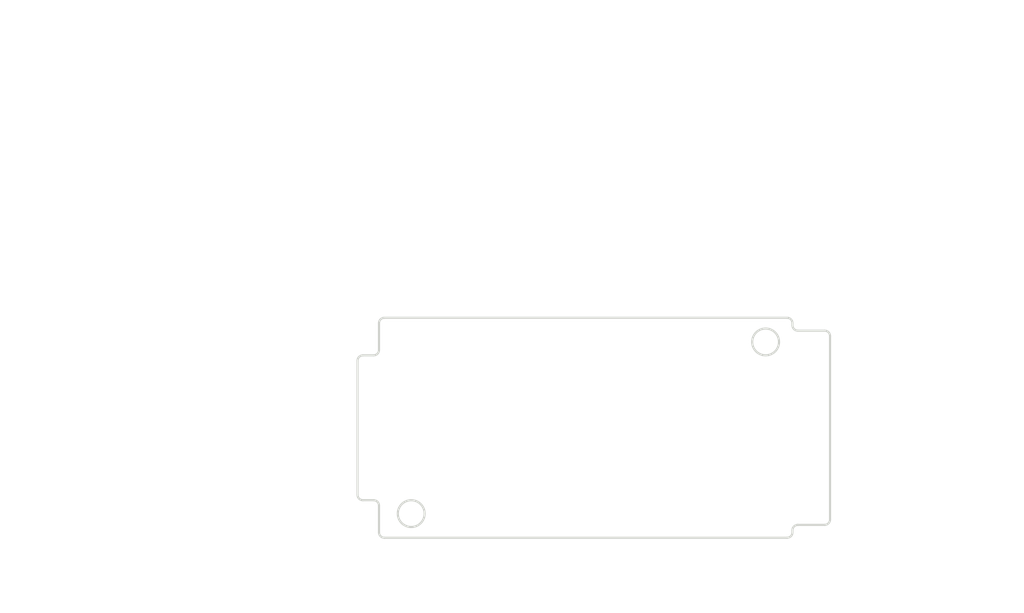
<source format=kicad_pcb>
(kicad_pcb (version 20221018) (generator pcbnew)

  (general
    (thickness 1.6)
  )

  (paper "A4")
  (layers
    (0 "F.Cu" signal)
    (31 "B.Cu" signal)
    (32 "B.Adhes" user "B.Adhesive")
    (33 "F.Adhes" user "F.Adhesive")
    (34 "B.Paste" user)
    (35 "F.Paste" user)
    (36 "B.SilkS" user "B.Silkscreen")
    (37 "F.SilkS" user "F.Silkscreen")
    (38 "B.Mask" user)
    (39 "F.Mask" user)
    (40 "Dwgs.User" user "User.Drawings")
    (41 "Cmts.User" user "User.Comments")
    (42 "Eco1.User" user "User.Eco1")
    (43 "Eco2.User" user "User.Eco2")
    (44 "Edge.Cuts" user)
    (45 "Margin" user)
    (46 "B.CrtYd" user "B.Courtyard")
    (47 "F.CrtYd" user "F.Courtyard")
    (48 "B.Fab" user)
    (49 "F.Fab" user)
  )

  (setup
    (pad_to_mask_clearance 0.051)
    (solder_mask_min_width 0.25)
    (pcbplotparams
      (layerselection 0x00010fc_ffffffff)
      (plot_on_all_layers_selection 0x0000000_00000000)
      (disableapertmacros false)
      (usegerberextensions false)
      (usegerberattributes false)
      (usegerberadvancedattributes false)
      (creategerberjobfile false)
      (dashed_line_dash_ratio 12.000000)
      (dashed_line_gap_ratio 3.000000)
      (svgprecision 4)
      (plotframeref false)
      (viasonmask false)
      (mode 1)
      (useauxorigin false)
      (hpglpennumber 1)
      (hpglpenspeed 20)
      (hpglpendiameter 15.000000)
      (dxfpolygonmode true)
      (dxfimperialunits true)
      (dxfusepcbnewfont true)
      (psnegative false)
      (psa4output false)
      (plotreference true)
      (plotvalue true)
      (plotinvisibletext false)
      (sketchpadsonfab false)
      (subtractmaskfromsilk false)
      (outputformat 1)
      (mirror false)
      (drillshape 1)
      (scaleselection 1)
      (outputdirectory "")
    )
  )

  (net 0 "")

  (gr_line (start 127.934012 96.730606) (end 127.934012 73.295534)
    (stroke (width 0.2) (type solid)) (layer "Dwgs.User") (tstamp 04534e2a-4f05-4d86-9f55-e5bf3e4f3b0e))
  (gr_line (start 166.434012 96.730606) (end 166.434012 73.295534)
    (stroke (width 0.2) (type solid)) (layer "Dwgs.User") (tstamp 0966e85c-32ae-496c-9685-74ef5584c8a1))
  (gr_line (start 107.302581 112.230606) (end 107.302581 110.270176)
    (stroke (width 0.2) (type solid)) (layer "Dwgs.User") (tstamp 0d9e01e8-78fa-4943-8ae3-200389574a01))
  (gr_line (start 108.866344 95.230606) (end 108.866344 90.947938)
    (stroke (width 0.2) (type solid)) (layer "Dwgs.User") (tstamp 157b7cc1-222a-45f8-97d8-b0055ddd4e50))
  (gr_line (start 170.434012 98.430606) (end 178.842769 98.430606)
    (stroke (width 0.2) (type solid)) (layer "Dwgs.User") (tstamp 213e8919-4206-4fd8-8a96-50e4077937a6))
  (gr_line (start 164.434012 76.470534) (end 155.256596 76.470534)
    (stroke (width 0.2) (type solid)) (layer "Dwgs.User") (tstamp 227ac0d7-4440-445f-b0cb-f907f272ef9d))
  (gr_line (start 127.434012 97.230606) (end 105.691344 97.230606)
    (stroke (width 0.2) (type solid)) (layer "Dwgs.User") (tstamp 26d031c8-0f01-40fa-a4b0-b6c96ee5d391))
  (gr_line (start 136.002366 122.010097) (end 132.926834 118.047932)
    (stroke (width 0.2) (type solid)) (layer "Dwgs.User") (tstamp 292d1501-3c09-4f2b-8db0-3c849c1e0a38))
  (gr_line (start 175.667769 100.430606) (end 175.667769 101.423171)
    (stroke (width 0.2) (type solid)) (layer "Dwgs.User") (tstamp 2e4771cd-139e-4095-bb60-e7daec0f1ec0))
  (gr_line (start 129.934012 115.480606) (end 93.494943 115.480606)
    (stroke (width 0.2) (type solid)) (layer "Dwgs.User") (tstamp 314513f1-d536-42d7-94d5-1f31aa8e38f9))
  (gr_line (start 108.866344 90.947938) (end 110.866344 90.947938)
    (stroke (width 0.2) (type solid)) (layer "Dwgs.User") (tstamp 335fb072-a169-43eb-98a0-081c33734ec3))
  (gr_line (start 161.934012 82.804398) (end 158.978623 82.804398)
    (stroke (width 0.2) (type solid)) (layer "Dwgs.User") (tstamp 3ecfd5ef-15e2-4f62-b016-f05843cc9f67))
  (gr_line (start 166.934012 117.730606) (end 187.163868 117.730606)
    (stroke (width 0.2) (type solid)) (layer "Dwgs.User") (tstamp 5051d330-6903-4cb7-b306-eb97a2091fc4))
  (gr_line (start 169.934012 97.930606) (end 169.934012 67.715702)
    (stroke (width 0.2) (type solid)) (layer "Dwgs.User") (tstamp 63d39bd4-479a-4d38-9473-d012f43efedc))
  (gr_line (start 96.669943 101.480606) (end 96.669943 101.904726)
    (stroke (width 0.2) (type solid)) (layer "Dwgs.User") (tstamp 64230317-6806-4338-8c78-1e2978cd9c3e))
  (gr_line (start 166.934012 97.230606) (end 187.163868 97.230606)
    (stroke (width 0.2) (type solid)) (layer "Dwgs.User") (tstamp 64a2dca8-dc0d-49e5-a0c7-951f9231a0fe))
  (gr_line (start 138.002366 122.010097) (end 136.002366 122.010097)
    (stroke (width 0.2) (type solid)) (layer "Dwgs.User") (tstamp 800e55fe-e245-4c8a-94be-fe03b02bcebf))
  (gr_line (start 96.669943 113.480606) (end 96.669943 109.019596)
    (stroke (width 0.2) (type solid)) (layer "Dwgs.User") (tstamp 8127145e-1bde-48ad-b6a6-21e41f81ec1b))
  (gr_line (start 175.667769 114.530606) (end 175.667769 108.538041)
    (stroke (width 0.2) (type solid)) (layer "Dwgs.User") (tstamp 8268a018-93bd-487b-85ce-fdf18158c450))
  (gr_line (start 127.934012 70.890702) (end 156.460481 70.890702)
    (stroke (width 0.2) (type solid)) (layer "Dwgs.User") (tstamp 834f056d-86f2-480f-89d1-6e6f52e714fe))
  (gr_line (start 163.934012 98.480606) (end 163.934012 79.629398)
    (stroke (width 0.2) (type solid)) (layer "Dwgs.User") (tstamp 901efce0-3cb9-42dd-acf9-10cf4ea247e7))
  (gr_line (start 130.934012 114.480606) (end 130.934012 79.629398)
    (stroke (width 0.2) (type solid)) (layer "Dwgs.User") (tstamp 9a3f9f3a-7b32-4faf-9cfd-65fcd32979e1))
  (gr_line (start 129.934012 76.470534) (end 147.167374 76.470534)
    (stroke (width 0.2) (type solid)) (layer "Dwgs.User") (tstamp a083cf3c-eabb-4f24-b9ca-37dc4b8621bf))
  (gr_line (start 125.434012 100.730606) (end 104.127581 100.730606)
    (stroke (width 0.2) (type solid)) (layer "Dwgs.User") (tstamp a5ce7d7d-a513-4f7f-8369-4d69cf70e976))
  (gr_line (start 123.934012 91.852775) (end 121.934012 91.852775)
    (stroke (width 0.2) (type solid)) (layer "Dwgs.User") (tstamp a6064a3e-66fe-489d-a9a6-6325a8fc411f))
  (gr_line (start 130.934012 115.570606) (end 130.934012 115.390606)
    (stroke (width 0.2) (type solid)) (layer "Dwgs.User") (tstamp b336eae0-d6af-4702-80a6-092aecc763b0))
  (gr_line (start 162.934012 99.480606) (end 93.494943 99.480606)
    (stroke (width 0.2) (type solid)) (layer "Dwgs.User") (tstamp b83c19d7-42f2-4da1-9e86-06e6891046cf))
  (gr_line (start 132.934012 82.804398) (end 150.889401 82.804398)
    (stroke (width 0.2) (type solid)) (layer "Dwgs.User") (tstamp bb4dcf94-ef45-4399-b730-5c4a9c0ee666))
  (gr_line (start 183.988868 115.730606) (end 183.988868 108.538041)
    (stroke (width 0.2) (type solid)) (layer "Dwgs.User") (tstamp c662ac1a-61fb-4b55-b9c7-7c695538bdde))
  (gr_line (start 107.302581 102.730606) (end 107.302581 103.154146)
    (stroke (width 0.2) (type solid)) (layer "Dwgs.User") (tstamp d1bcb804-0357-4f07-a66d-8d1ae445aad6))
  (gr_line (start 125.934012 100.230606) (end 125.934012 67.715702)
    (stroke (width 0.2) (type solid)) (layer "Dwgs.User") (tstamp d4d3bfeb-9974-4590-9930-680623fd6f27))
  (gr_line (start 130.934012 114.480606) (end 130.934012 88.677775)
    (stroke (width 0.2) (type solid)) (layer "Dwgs.User") (tstamp d8e39253-5d37-45e6-8244-e799fe290aa3))
  (gr_line (start 125.434012 114.230606) (end 104.127581 114.230606)
    (stroke (width 0.2) (type solid)) (layer "Dwgs.User") (tstamp e171c435-b204-46b2-a756-ad5efc3f39bd))
  (gr_line (start 167.934012 70.890702) (end 164.549703 70.890702)
    (stroke (width 0.2) (type solid)) (layer "Dwgs.User") (tstamp e2b4f149-7bcf-4d7a-bf3d-91f025f71402))
  (gr_line (start 162.934012 99.480606) (end 105.691344 99.480606)
    (stroke (width 0.2) (type solid)) (layer "Dwgs.User") (tstamp e5f5e9e7-0813-4495-b9c7-e9f1dad0d869))
  (gr_line (start 130.844012 115.480606) (end 131.024012 115.480606)
    (stroke (width 0.2) (type solid)) (layer "Dwgs.User") (tstamp e80a040e-a23a-4138-ad8a-4eb4ce1d7c4a))
  (gr_line (start 108.866344 101.480606) (end 108.866344 103.480606)
    (stroke (width 0.2) (type solid)) (layer "Dwgs.User") (tstamp e9ddce4f-c91f-4165-bf0e-9b432d59a2c8))
  (gr_line (start 125.934012 100.230606) (end 125.934012 88.677775)
    (stroke (width 0.2) (type solid)) (layer "Dwgs.User") (tstamp ea070bf3-849f-4a28-b683-28121564226d))
  (gr_line (start 183.988868 99.230606) (end 183.988868 101.423171)
    (stroke (width 0.2) (type solid)) (layer "Dwgs.User") (tstamp f3736d4b-aa20-4074-9a59-7bbf9836aeea))
  (gr_line (start 170.434012 116.530606) (end 178.842769 116.530606)
    (stroke (width 0.2) (type solid)) (layer "Dwgs.User") (tstamp f559f68d-73b6-4e61-88fd-f77cda5df2d7))
  (gr_line (start 132.934012 91.852775) (end 134.934012 91.852775)
    (stroke (width 0.2) (type solid)) (layer "Dwgs.User") (tstamp ff682e45-9af5-4038-ab5f-030a4178201f))
  (gr_line (start 166.434012 117.230606) (end 166.434012 117.030606)
    (stroke (width 0.2) (type solid)) (layer "Edge.Cuts") (tstamp 00da6113-9ab5-4fc6-b270-603eb731417e))
  (gr_line (start 165.934012 97.230606) (end 128.434012 97.230606)
    (stroke (width 0.2) (type solid)) (layer "Edge.Cuts") (tstamp 0171da46-d1cf-4d15-ad5f-15ea6739e766))
  (gr_line (start 169.434012 98.430606) (end 166.934012 98.430606)
    (stroke (width 0.2) (type solid)) (layer "Edge.Cuts") (tstamp 09eb80df-ad87-41fc-90f5-2221befcbe54))
  (gr_arc (start 169.434012 98.430606) (mid 169.787565 98.577053) (end 169.934012 98.930606)
    (stroke (width 0.2) (type solid)) (layer "Edge.Cuts") (tstamp 1aa2ad56-fd57-421d-9fe2-231b471fa218))
  (gr_arc (start 127.934012 97.730606) (mid 128.080459 97.377053) (end 128.434012 97.230606)
    (stroke (width 0.2) (type solid)) (layer "Edge.Cuts") (tstamp 1ad9bc74-2a5b-4063-883f-ef4c94eac3d3))
  (gr_arc (start 128.434012 117.730606) (mid 128.080459 117.584159) (end 127.934012 117.230606)
    (stroke (width 0.2) (type solid)) (layer "Edge.Cuts") (tstamp 2076b39e-fa36-4dd3-85d8-81baaa41d4f1))
  (gr_arc (start 127.434012 114.230606) (mid 127.787565 114.377053) (end 127.934012 114.730606)
    (stroke (width 0.2) (type solid)) (layer "Edge.Cuts") (tstamp 2d5ad7f5-5e4a-4d9e-8d20-f5775ef44729))
  (gr_arc (start 166.434012 117.030606) (mid 166.580459 116.677053) (end 166.934012 116.530606)
    (stroke (width 0.2) (type solid)) (layer "Edge.Cuts") (tstamp 34391f74-83fb-4a7a-9071-a967529d892f))
  (gr_arc (start 125.934012 101.230606) (mid 126.080459 100.877053) (end 126.434012 100.730606)
    (stroke (width 0.2) (type solid)) (layer "Edge.Cuts") (tstamp 4c447ce5-d7f1-444b-af1c-34202cbb7b42))
  (gr_line (start 127.934012 114.730606) (end 127.934012 117.230606)
    (stroke (width 0.2) (type solid)) (layer "Edge.Cuts") (tstamp 537a9f59-7896-48c5-8c72-255b72efe313))
  (gr_arc (start 166.434012 117.230606) (mid 166.287565 117.584159) (end 165.934012 117.730606)
    (stroke (width 0.2) (type solid)) (layer "Edge.Cuts") (tstamp 5a4d7ed2-6891-40bc-87b9-04ff9cbb09e8))
  (gr_line (start 166.934012 116.530606) (end 169.434012 116.530606)
    (stroke (width 0.2) (type solid)) (layer "Edge.Cuts") (tstamp 67074eff-e7d6-4b9c-9d1d-6e7c8f7a9635))
  (gr_arc (start 169.934012 116.030606) (mid 169.787565 116.384159) (end 169.434012 116.530606)
    (stroke (width 0.2) (type solid)) (layer "Edge.Cuts") (tstamp 71e8f867-1009-403e-991d-ddad72d4d3ae))
  (gr_line (start 128.434012 117.730606) (end 165.934012 117.730606)
    (stroke (width 0.2) (type solid)) (layer "Edge.Cuts") (tstamp 75e48c60-b8b8-4644-9301-b625208a83a7))
  (gr_line (start 127.934012 97.730606) (end 127.934012 100.230606)
    (stroke (width 0.2) (type solid)) (layer "Edge.Cuts") (tstamp 85a4f224-4a0c-4b14-8988-4270c5f08522))
  (gr_arc (start 165.934012 97.230606) (mid 166.287565 97.377053) (end 166.434012 97.730606)
    (stroke (width 0.2) (type solid)) (layer "Edge.Cuts") (tstamp 8a530670-6810-4aae-b3da-accce4e500eb))
  (gr_line (start 126.434012 114.230606) (end 127.434012 114.230606)
    (stroke (width 0.2) (type solid)) (layer "Edge.Cuts") (tstamp 8b993c76-e339-44d4-9739-e7afe28299ef))
  (gr_line (start 125.934012 101.230606) (end 125.934012 113.730606)
    (stroke (width 0.2) (type solid)) (layer "Edge.Cuts") (tstamp 9eead86f-5086-4330-a7ea-e7f853ef2d7e))
  (gr_arc (start 126.434012 114.230606) (mid 126.080459 114.084159) (end 125.934012 113.730606)
    (stroke (width 0.2) (type solid)) (layer "Edge.Cuts") (tstamp be5f2e74-56fd-428f-9276-0f6fb07862cd))
  (gr_circle (center 130.934012 115.480606) (end 132.184012 115.480606)
    (stroke (width 0.2) (type solid)) (fill none) (layer "Edge.Cuts") (tstamp c72a5dab-581f-4f8a-84dc-59f2b7307068))
  (gr_arc (start 166.934012 98.430606) (mid 166.580459 98.284159) (end 166.434012 97.930606)
    (stroke (width 0.2) (type solid)) (layer "Edge.Cuts") (tstamp cc61944e-8e3e-465a-abf8-302ab9ed4a76))
  (gr_circle (center 163.934012 99.480606) (end 165.184012 99.480606)
    (stroke (width 0.2) (type solid)) (fill none) (layer "Edge.Cuts") (tstamp cc82ad44-456e-4f03-81ab-fef5d30e0c74))
  (gr_line (start 166.434012 97.930606) (end 166.434012 97.730606)
    (stroke (width 0.2) (type solid)) (layer "Edge.Cuts") (tstamp d370b913-7e27-490f-b268-2168d1b0fa5b))
  (gr_arc (start 127.934012 100.230606) (mid 127.787565 100.584159) (end 127.434012 100.730606)
    (stroke (width 0.2) (type solid)) (layer "Edge.Cuts") (tstamp d43b4783-41fa-4e23-848a-29a6ec625cf0))
  (gr_line (start 169.934012 116.030606) (end 169.934012 98.930606)
    (stroke (width 0.2) (type solid)) (layer "Edge.Cuts") (tstamp e2ce5472-c4d1-4867-8df4-10bb256d617c))
  (gr_line (start 127.434012 100.730606) (end 126.434012 100.730606)
    (stroke (width 0.2) (type solid)) (layer "Edge.Cuts") (tstamp f6a9ba5d-cb29-4b30-b3dc-e1b3dda4d1b8))
  (gr_text " 2.25" (at 114.25983 89.279963) (layer "Dwgs.User") (tstamp 011252ba-c969-468e-9b6f-4b8485c69f48)
    (effects (font (size 1.7 1.53) (thickness 0.2125)))
  )
  (gr_text "[1.73]" (at 160.505092 72.780163) (layer "Dwgs.User") (tstamp 0e99291a-926d-4f5b-a513-829815c3efdb)
    (effects (font (size 1.7 1.53) (thickness 0.2125)))
  )
  (gr_text "[.53]" (at 107.302581 108.601622) (layer "Dwgs.User") (tstamp 19bab8fa-f8b8-4e45-81c7-4cc485d27de0)
    (effects (font (size 1.7 1.53) (thickness 0.2125)))
  )
  (gr_text " 5.00" (at 138.318221 90.184801) (layer "Dwgs.User") (tstamp 34d3fa88-65e8-4ade-bab6-713385c9d3ea)
    (effects (font (size 1.7 1.53) (thickness 0.2125)))
  )
  (gr_text "[.81]" (at 183.988868 106.870067) (layer "Dwgs.User") (tstamp 41615ecb-c96b-48b5-86f9-5c7f1e64bbed)
    (effects (font (size 1.7 1.53) (thickness 0.2125)))
  )
  (gr_text " 44.00" (at 160.505092 69.222727) (layer "Dwgs.User") (tstamp 50749ee4-8862-406d-aea7-c8adcb13018b)
    (effects (font (size 1.7 1.53) (thickness 0.2125)))
  )
  (gr_text "[1.30]" (at 154.934012 84.693859) (layer "Dwgs.User") (tstamp 6438dbfd-b88b-47e5-8dcd-8e8e92d9f5e3)
    (effects (font (size 1.7 1.53) (thickness 0.2125)))
  )
  (gr_text "[.63]" (at 96.669943 107.351622) (layer "Dwgs.User") (tstamp 7a93e203-efcb-4d8b-8c18-807c4eec90fa)
    (effects (font (size 1.7 1.53) (thickness 0.2125)))
  )
  (gr_text " 13.50" (at 107.302581 105.043607) (layer "Dwgs.User") (tstamp abad89a9-400b-49c8-803a-8b416770fe8f)
    (effects (font (size 1.7 1.53) (thickness 0.2125)))
  )
  (gr_text "[1.52]" (at 151.211985 78.359995) (layer "Dwgs.User") (tstamp ae575e17-e5a8-4a60-b051-e05999db4b87)
    (effects (font (size 1.7 1.53) (thickness 0.2125)))
  )
  (gr_text " 20.50" (at 183.988868 103.312632) (layer "Dwgs.User") (tstamp b13c0284-e7b1-4add-8530-9d69fec3884c)
    (effects (font (size 1.7 1.53) (thickness 0.2125)))
  )
  (gr_text "[.20]" (at 138.318221 93.742236) (layer "Dwgs.User") (tstamp b980d611-ee4b-4de8-b21c-9356645f1d16)
    (effects (font (size 1.7 1.53) (thickness 0.2125)))
  )
  (gr_text " 38.50" (at 151.211985 74.80198) (layer "Dwgs.User") (tstamp d08b7634-ea9b-45a2-a100-2bcb2e5d8dec)
    (effects (font (size 1.7 1.53) (thickness 0.2125)))
  )
  (gr_text " 33.00" (at 154.934012 81.135844) (layer "Dwgs.User") (tstamp d43832fc-6969-46da-a556-c5a3e203f783)
    (effects (font (size 1.7 1.53) (thickness 0.2125)))
  )
  (gr_text "[.09]" (at 114.25983 92.837399) (layer "Dwgs.User") (tstamp d8a7a7a8-be65-4944-a49f-d852baed886e)
    (effects (font (size 1.7 1.53) (thickness 0.2125)))
  )
  (gr_text " 18.10" (at 175.667769 103.312632) (layer "Dwgs.User") (tstamp df0774df-a0f2-4f52-865a-b5ea823b17c1)
    (effects (font (size 1.7 1.53) (thickness 0.2125)))
  )
  (gr_text " ∅2.50\n[∅0.10]" (at 142.539235 122.010097) (layer "Dwgs.User") (tstamp f2f608cf-ed81-4ab9-b4f5-d3edf78e36b5)
    (effects (font (size 1.7 1.53) (thickness 0.2125)))
  )
  (gr_text " 16.00" (at 96.669943 103.794187) (layer "Dwgs.User") (tstamp f323f692-4221-4330-8ee3-ba7855cf5abd)
    (effects (font (size 1.7 1.53) (thickness 0.2125)))
  )
  (gr_text "[.71]" (at 175.667769 106.870067) (layer "Dwgs.User") (tstamp fed6cfe4-d6df-4889-a587-439980746136)
    (effects (font (size 1.7 1.53) (thickness 0.2125)))
  )

)

</source>
